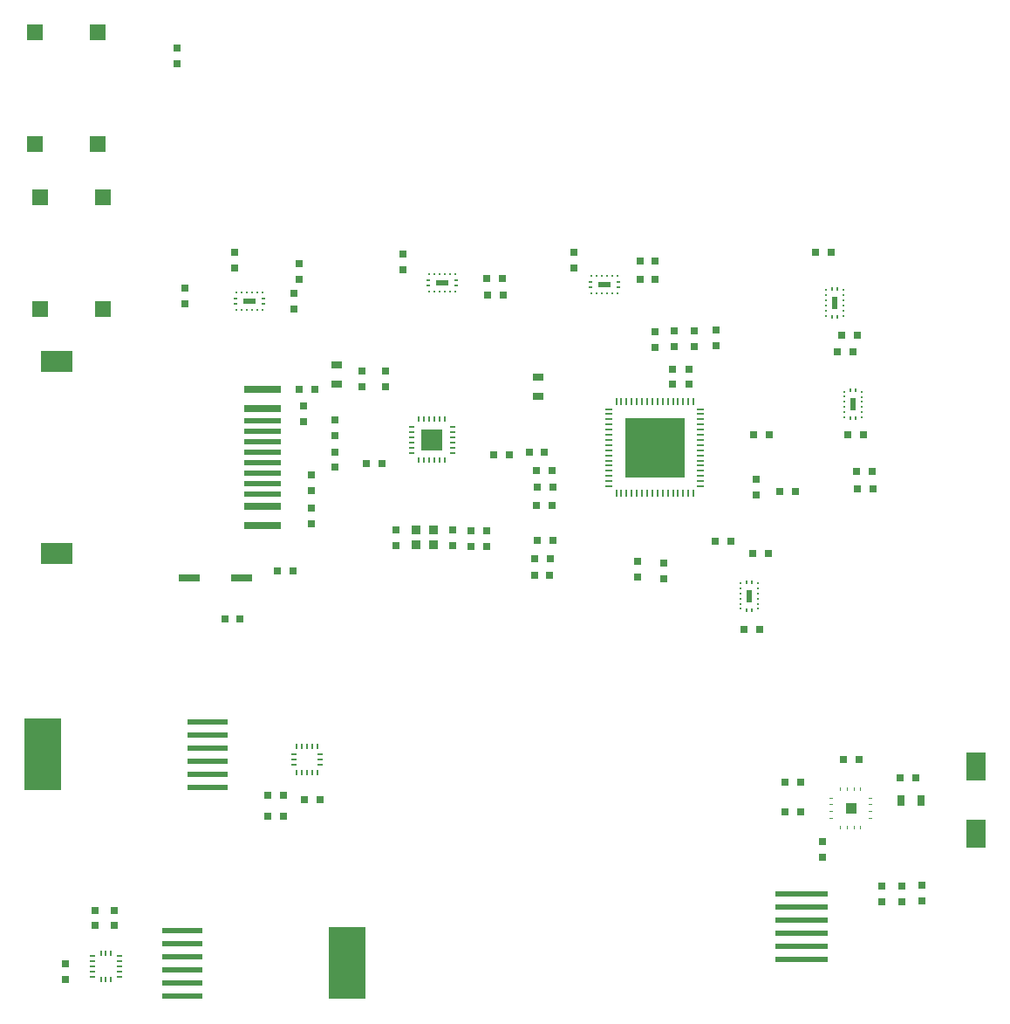
<source format=gtp>
G04 (created by PCBNEW (2013-08-24 BZR 4298)-stable) date Sat 23 Aug 2014 12:00:54 PM PDT*
%MOIN*%
G04 Gerber Fmt 3.4, Leading zero omitted, Abs format*
%FSLAX34Y34*%
G01*
G70*
G90*
G04 APERTURE LIST*
%ADD10C,0.005906*%
%ADD11R,0.144882X0.025512*%
%ADD12R,0.144882X0.019213*%
%ADD13R,0.122835X0.078740*%
%ADD14R,0.062960X0.062960*%
%ADD15R,0.007874X0.026772*%
%ADD16R,0.026772X0.007874*%
%ADD17R,0.225197X0.225197*%
%ADD18R,0.028320X0.031520*%
%ADD19R,0.031520X0.028320*%
%ADD20R,0.078720X0.078720*%
%ADD21O,0.007840X0.025200*%
%ADD22O,0.025200X0.007840*%
%ADD23R,0.031496X0.025197*%
%ADD24R,0.044000X0.028000*%
%ADD25R,0.080000X0.031200*%
%ADD26R,0.005906X0.007087*%
%ADD27R,0.005880X0.007087*%
%ADD28R,0.005880X0.007096*%
%ADD29R,0.047244X0.021260*%
%ADD30R,0.016560X0.005880*%
%ADD31R,0.007087X0.005906*%
%ADD32R,0.007087X0.005880*%
%ADD33R,0.007096X0.005880*%
%ADD34R,0.021260X0.047244*%
%ADD35R,0.005880X0.016560*%
%ADD36R,0.037795X0.034646*%
%ADD37R,0.157480X0.023937*%
%ADD38R,0.141732X0.277165*%
%ADD39R,0.007087X0.018898*%
%ADD40R,0.018898X0.007087*%
%ADD41R,0.075600X0.110240*%
%ADD42R,0.028000X0.044000*%
%ADD43R,0.200000X0.023937*%
%ADD44R,0.041732X0.041732*%
%ADD45R,0.000394X0.015748*%
%ADD46R,0.015748X0.000394*%
G04 APERTURE END LIST*
G54D10*
G54D11*
X43523Y-33291D03*
X43523Y-34015D03*
G54D12*
X43523Y-34488D03*
X43523Y-34889D03*
X43523Y-35692D03*
X43523Y-37291D03*
X43523Y-36488D03*
G54D11*
X43523Y-38488D03*
X43523Y-37763D03*
G54D12*
X43523Y-36090D03*
X43523Y-36889D03*
X43523Y-35291D03*
G54D13*
X35681Y-32228D03*
X35681Y-39551D03*
G54D14*
X35039Y-25940D03*
X37441Y-25940D03*
X35039Y-30202D03*
X37441Y-30202D03*
X34842Y-19641D03*
X37244Y-19641D03*
X34842Y-23903D03*
X37244Y-23903D03*
G54D15*
X59807Y-37259D03*
X60003Y-37259D03*
X58625Y-37259D03*
X58822Y-37259D03*
X59216Y-37259D03*
X59019Y-37259D03*
X59610Y-37259D03*
X59413Y-37259D03*
X57838Y-37259D03*
X58035Y-37259D03*
X58429Y-37259D03*
X58232Y-37259D03*
X57444Y-37259D03*
X57641Y-37259D03*
X57248Y-37259D03*
X57051Y-37259D03*
G54D16*
X56775Y-36984D03*
X56775Y-36787D03*
X56775Y-36393D03*
X56775Y-36590D03*
X56775Y-35803D03*
X56775Y-35606D03*
X56775Y-36000D03*
X56775Y-36196D03*
X56775Y-34622D03*
X56775Y-34425D03*
X56775Y-35015D03*
X56775Y-34818D03*
X56775Y-35212D03*
X56775Y-35409D03*
X56775Y-34031D03*
X56775Y-34228D03*
G54D15*
X57051Y-33755D03*
X57248Y-33755D03*
X57641Y-33755D03*
X57444Y-33755D03*
X58232Y-33755D03*
X58429Y-33755D03*
X58035Y-33755D03*
X57838Y-33755D03*
X59413Y-33755D03*
X59610Y-33755D03*
X59019Y-33755D03*
X59216Y-33755D03*
X58822Y-33755D03*
X58625Y-33755D03*
X60003Y-33755D03*
X59807Y-33755D03*
G54D16*
X60279Y-34228D03*
X60279Y-34031D03*
X60279Y-35409D03*
X60279Y-35212D03*
X60279Y-34818D03*
X60279Y-35007D03*
X60279Y-34425D03*
X60279Y-34622D03*
X60279Y-36196D03*
X60279Y-36000D03*
X60279Y-35606D03*
X60279Y-35803D03*
X60279Y-36590D03*
X60279Y-36393D03*
X60279Y-36787D03*
X60279Y-36984D03*
G54D17*
X58527Y-35507D03*
G54D18*
X52973Y-35787D03*
X52381Y-35787D03*
G54D19*
X47322Y-32578D03*
X47322Y-33170D03*
X51496Y-39272D03*
X51496Y-38680D03*
G54D20*
X50003Y-35208D03*
G54D21*
X49511Y-35995D03*
X49708Y-35995D03*
X49905Y-35995D03*
X50101Y-35995D03*
X50298Y-35995D03*
X50495Y-35995D03*
G54D22*
X50790Y-35700D03*
X50790Y-35503D03*
X50790Y-35306D03*
X50790Y-35110D03*
X50790Y-34913D03*
X50790Y-34716D03*
G54D21*
X50495Y-34421D03*
X50298Y-34421D03*
X50101Y-34421D03*
X49905Y-34421D03*
X49708Y-34421D03*
X49511Y-34421D03*
G54D22*
X49216Y-34716D03*
X49216Y-34913D03*
X49216Y-35110D03*
X49216Y-35306D03*
X49216Y-35503D03*
X49216Y-35700D03*
G54D18*
X47491Y-36114D03*
X48083Y-36114D03*
G54D19*
X52086Y-39272D03*
X52086Y-38680D03*
X50787Y-39233D03*
X50787Y-38641D03*
X48622Y-39233D03*
X48622Y-38641D03*
X48228Y-32578D03*
X48228Y-33170D03*
X62401Y-36711D03*
X62401Y-37303D03*
G54D18*
X53719Y-35669D03*
X54311Y-35669D03*
X62894Y-35000D03*
X62302Y-35000D03*
G54D19*
X59842Y-32499D03*
X59842Y-33091D03*
X58533Y-31081D03*
X58533Y-31673D03*
X60866Y-31614D03*
X60866Y-31022D03*
X59212Y-32499D03*
X59212Y-33091D03*
G54D18*
X54626Y-39035D03*
X54034Y-39035D03*
X54528Y-39763D03*
X53936Y-39763D03*
X54508Y-40393D03*
X53916Y-40393D03*
X54587Y-36377D03*
X53995Y-36377D03*
X54626Y-37007D03*
X54034Y-37007D03*
X54587Y-37716D03*
X53995Y-37716D03*
G54D19*
X46283Y-35051D03*
X46283Y-34459D03*
X46291Y-35664D03*
X46291Y-36256D03*
X45385Y-37134D03*
X45385Y-36542D03*
X45405Y-37822D03*
X45405Y-38414D03*
G54D18*
X44693Y-40208D03*
X44101Y-40208D03*
G54D19*
X57874Y-39861D03*
X57874Y-40453D03*
G54D18*
X45516Y-33295D03*
X44924Y-33295D03*
G54D19*
X45106Y-34512D03*
X45106Y-33920D03*
X58877Y-39920D03*
X58877Y-40512D03*
X40551Y-30020D03*
X40551Y-29428D03*
G54D23*
X59251Y-31633D03*
X60039Y-31633D03*
X59251Y-31043D03*
X60039Y-31043D03*
G54D18*
X42677Y-42047D03*
X42085Y-42047D03*
G54D24*
X54055Y-33563D03*
X54055Y-32813D03*
G54D18*
X63306Y-37185D03*
X63898Y-37185D03*
X52697Y-29055D03*
X52105Y-29055D03*
X60833Y-39090D03*
X61425Y-39090D03*
X62274Y-39531D03*
X62866Y-39531D03*
X66851Y-37086D03*
X66259Y-37086D03*
X66831Y-36397D03*
X66239Y-36397D03*
X66103Y-31850D03*
X65511Y-31850D03*
X65256Y-28051D03*
X64664Y-28051D03*
X58544Y-29074D03*
X57952Y-29074D03*
X58544Y-28385D03*
X57952Y-28385D03*
X52736Y-29685D03*
X52144Y-29685D03*
X61924Y-42440D03*
X62516Y-42440D03*
X65904Y-35029D03*
X66496Y-35029D03*
X65668Y-31200D03*
X66260Y-31200D03*
G54D19*
X55433Y-28642D03*
X55433Y-28050D03*
X44921Y-28483D03*
X44921Y-29075D03*
X42480Y-28050D03*
X42480Y-28642D03*
X48897Y-28721D03*
X48897Y-28129D03*
X44744Y-30217D03*
X44744Y-29625D03*
X40275Y-20847D03*
X40275Y-20255D03*
G54D25*
X40732Y-40472D03*
X42732Y-40472D03*
G54D24*
X46377Y-32341D03*
X46377Y-33091D03*
G54D26*
X42539Y-30255D03*
G54D27*
X43326Y-30255D03*
X42736Y-30255D03*
X43130Y-30255D03*
X42932Y-30255D03*
X43523Y-30255D03*
X43525Y-29586D03*
X42935Y-29586D03*
X43131Y-29586D03*
X42738Y-29586D03*
X43328Y-29586D03*
G54D28*
X42541Y-29586D03*
G54D29*
X43031Y-29921D03*
G54D30*
X43562Y-30019D03*
X43562Y-29823D03*
X42500Y-30019D03*
X42500Y-29823D03*
G54D26*
X56102Y-29625D03*
G54D27*
X56889Y-29625D03*
X56299Y-29625D03*
X56693Y-29625D03*
X56495Y-29625D03*
X57086Y-29625D03*
X57088Y-28956D03*
X56498Y-28956D03*
X56694Y-28956D03*
X56301Y-28956D03*
X56891Y-28956D03*
G54D28*
X56104Y-28956D03*
G54D29*
X56594Y-29291D03*
G54D30*
X57125Y-29389D03*
X57125Y-29193D03*
X56063Y-29389D03*
X56063Y-29193D03*
G54D31*
X65767Y-33366D03*
G54D32*
X65767Y-34153D03*
X65767Y-33563D03*
X65767Y-33957D03*
X65767Y-33759D03*
X65767Y-34350D03*
X66437Y-34352D03*
X66437Y-33762D03*
X66437Y-33958D03*
X66437Y-33565D03*
X66437Y-34155D03*
G54D33*
X66437Y-33368D03*
G54D34*
X66102Y-33858D03*
G54D35*
X66004Y-34389D03*
X66200Y-34389D03*
X66004Y-33327D03*
X66200Y-33327D03*
G54D31*
X65078Y-29488D03*
G54D32*
X65078Y-30275D03*
X65078Y-29685D03*
X65078Y-30079D03*
X65078Y-29881D03*
X65078Y-30472D03*
X65748Y-30474D03*
X65748Y-29884D03*
X65748Y-30080D03*
X65748Y-29687D03*
X65748Y-30277D03*
G54D33*
X65748Y-29490D03*
G54D34*
X65413Y-29980D03*
G54D35*
X65315Y-30511D03*
X65511Y-30511D03*
X65315Y-29449D03*
X65511Y-29449D03*
G54D31*
X61795Y-40677D03*
G54D32*
X61795Y-41464D03*
X61795Y-40874D03*
X61795Y-41268D03*
X61795Y-41070D03*
X61795Y-41661D03*
X62464Y-41663D03*
X62464Y-41073D03*
X62464Y-41269D03*
X62464Y-40876D03*
X62464Y-41466D03*
G54D33*
X62464Y-40679D03*
G54D34*
X62129Y-41169D03*
G54D35*
X62031Y-41700D03*
X62227Y-41700D03*
X62031Y-40638D03*
X62227Y-40638D03*
G54D26*
X49901Y-29547D03*
G54D27*
X50688Y-29547D03*
X50098Y-29547D03*
X50492Y-29547D03*
X50294Y-29547D03*
X50885Y-29547D03*
X50887Y-28877D03*
X50297Y-28877D03*
X50493Y-28877D03*
X50100Y-28877D03*
X50690Y-28877D03*
G54D28*
X49903Y-28877D03*
G54D29*
X50393Y-29212D03*
G54D30*
X50924Y-29310D03*
X50924Y-29114D03*
X49862Y-29310D03*
X49862Y-29114D03*
G54D36*
X50059Y-38661D03*
X49389Y-38661D03*
X50059Y-39212D03*
X49389Y-39212D03*
G54D18*
X44341Y-49576D03*
X43749Y-49576D03*
X44341Y-48789D03*
X43749Y-48789D03*
X45719Y-48946D03*
X45127Y-48946D03*
G54D37*
X41446Y-48464D03*
X41446Y-47464D03*
X41446Y-46464D03*
X41446Y-46964D03*
X41446Y-45964D03*
X41446Y-47964D03*
G54D38*
X35127Y-47214D03*
G54D39*
X45029Y-47903D03*
X44832Y-47903D03*
X44832Y-46899D03*
X45224Y-47903D03*
X45423Y-47903D03*
X45620Y-47903D03*
G54D40*
X45728Y-47598D03*
X45728Y-47415D03*
X45728Y-47204D03*
G54D39*
X45620Y-46899D03*
X45423Y-46899D03*
X45224Y-46899D03*
X45029Y-46899D03*
G54D40*
X44724Y-47204D03*
X44724Y-47407D03*
X44724Y-47598D03*
G54D41*
X70797Y-50236D03*
X70797Y-47676D03*
G54D42*
X67941Y-48996D03*
X68691Y-48996D03*
G54D43*
X64143Y-52559D03*
X64143Y-53559D03*
X64143Y-54559D03*
X64143Y-54059D03*
X64143Y-55059D03*
X64143Y-53059D03*
G54D44*
X66023Y-49281D03*
G54D45*
X65639Y-50029D03*
X65895Y-50029D03*
X66151Y-50029D03*
X66407Y-50029D03*
G54D46*
X66771Y-49665D03*
X66771Y-49409D03*
X66771Y-49153D03*
X66771Y-48897D03*
G54D45*
X66407Y-48533D03*
X66151Y-48533D03*
X65895Y-48533D03*
X65639Y-48533D03*
G54D46*
X65275Y-48897D03*
X65275Y-49153D03*
X65275Y-49409D03*
X65275Y-49665D03*
G54D18*
X68494Y-48129D03*
X67902Y-48129D03*
X64095Y-48287D03*
X63503Y-48287D03*
X64105Y-49429D03*
X63513Y-49429D03*
G54D19*
X67982Y-52243D03*
X67982Y-52835D03*
G54D18*
X66339Y-47401D03*
X65747Y-47401D03*
G54D19*
X68730Y-52223D03*
X68730Y-52815D03*
X67214Y-52835D03*
X67214Y-52243D03*
X64940Y-50560D03*
X64940Y-51152D03*
G54D40*
X37047Y-55118D03*
X37047Y-54921D03*
X38051Y-54921D03*
X37047Y-55312D03*
X37047Y-55511D03*
X37047Y-55708D03*
G54D39*
X37352Y-55816D03*
X37535Y-55816D03*
X37746Y-55816D03*
G54D40*
X38051Y-55708D03*
X38051Y-55511D03*
X38051Y-55312D03*
X38051Y-55118D03*
G54D39*
X37746Y-54812D03*
X37543Y-54812D03*
X37352Y-54812D03*
G54D37*
X40452Y-53946D03*
X40452Y-54946D03*
X40452Y-55946D03*
X40452Y-55446D03*
X40452Y-56446D03*
X40452Y-54446D03*
G54D38*
X46771Y-55196D03*
G54D19*
X36003Y-55807D03*
X36003Y-55215D03*
X37854Y-53760D03*
X37854Y-53168D03*
X37145Y-53760D03*
X37145Y-53168D03*
M02*

</source>
